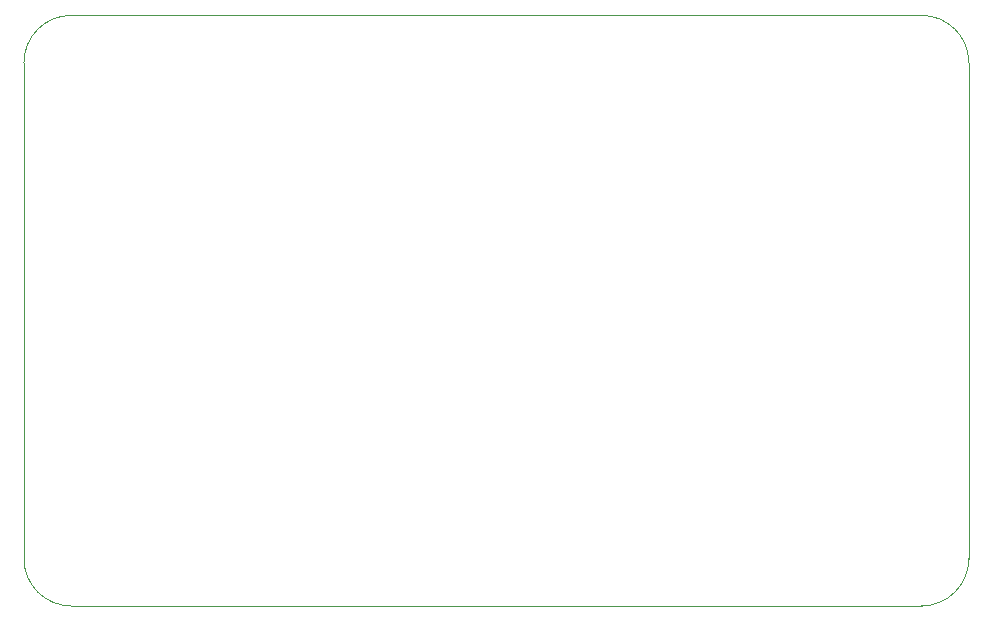
<source format=gm1>
%TF.GenerationSoftware,KiCad,Pcbnew,8.0.3-8.0.3-0~ubuntu22.04.1*%
%TF.CreationDate,2024-07-07T00:06:27-04:00*%
%TF.ProjectId,arm_drive_jl,61726d5f-6472-4697-9665-5f6a6c2e6b69,rev?*%
%TF.SameCoordinates,Original*%
%TF.FileFunction,Profile,NP*%
%FSLAX46Y46*%
G04 Gerber Fmt 4.6, Leading zero omitted, Abs format (unit mm)*
G04 Created by KiCad (PCBNEW 8.0.3-8.0.3-0~ubuntu22.04.1) date 2024-07-07 00:06:27*
%MOMM*%
%LPD*%
G01*
G04 APERTURE LIST*
%TA.AperFunction,Profile*%
%ADD10C,0.050000*%
%TD*%
G04 APERTURE END LIST*
D10*
X117000000Y-83000000D02*
G75*
G02*
X113000000Y-87000000I-4000000J0D01*
G01*
X113000000Y-37000000D02*
G75*
G02*
X117000000Y-41000000I0J-4000000D01*
G01*
X37000000Y-41000000D02*
G75*
G02*
X41000000Y-37000000I4000000J0D01*
G01*
X41000000Y-87000000D02*
G75*
G02*
X37000000Y-83000000I0J4000000D01*
G01*
X41000000Y-87000000D02*
X113000000Y-87000000D01*
X37000000Y-41000000D02*
X37000000Y-83000000D01*
X117000000Y-83000000D02*
X117000000Y-41000000D01*
X41000000Y-37000000D02*
X113000000Y-37000000D01*
M02*

</source>
